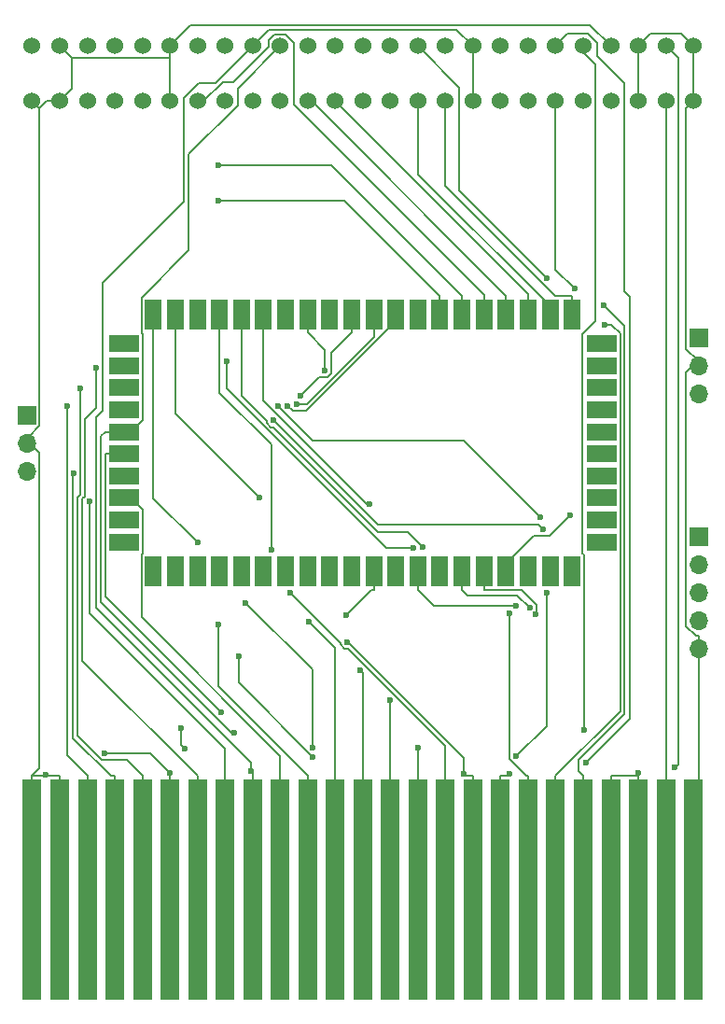
<source format=gbr>
%TF.GenerationSoftware,KiCad,Pcbnew,8.0.7*%
%TF.CreationDate,2024-12-26T20:26:29-06:00*%
%TF.ProjectId,n64_gamecat_rp2350b,6e36345f-6761-46d6-9563-61745f727032,rev?*%
%TF.SameCoordinates,Original*%
%TF.FileFunction,Copper,L1,Top*%
%TF.FilePolarity,Positive*%
%FSLAX46Y46*%
G04 Gerber Fmt 4.6, Leading zero omitted, Abs format (unit mm)*
G04 Created by KiCad (PCBNEW 8.0.7) date 2024-12-26 20:26:29*
%MOMM*%
%LPD*%
G01*
G04 APERTURE LIST*
%TA.AperFunction,SMDPad,CuDef*%
%ADD10R,1.800000X20.000000*%
%TD*%
%TA.AperFunction,SMDPad,CuDef*%
%ADD11R,2.800000X1.500000*%
%TD*%
%TA.AperFunction,ComponentPad*%
%ADD12C,1.350000*%
%TD*%
%TA.AperFunction,ComponentPad*%
%ADD13O,1.350000X1.350000*%
%TD*%
%TA.AperFunction,SMDPad,CuDef*%
%ADD14R,1.500000X2.800000*%
%TD*%
%TA.AperFunction,ComponentPad*%
%ADD15R,1.700000X1.700000*%
%TD*%
%TA.AperFunction,ComponentPad*%
%ADD16O,1.700000X1.700000*%
%TD*%
%TA.AperFunction,ComponentPad*%
%ADD17C,1.524000*%
%TD*%
%TA.AperFunction,ViaPad*%
%ADD18C,0.600000*%
%TD*%
%TA.AperFunction,Conductor*%
%ADD19C,0.200000*%
%TD*%
G04 APERTURE END LIST*
D10*
%TO.P,U3,1,GND*%
%TO.N,GND*%
X104000000Y-143000000D03*
%TO.P,U3,2,GND*%
X106500000Y-143000000D03*
%TO.P,U3,3,AD15*%
%TO.N,CO_AD15*%
X109000000Y-143000000D03*
%TO.P,U3,4,AD14*%
%TO.N,CO_AD14*%
X111500000Y-143000000D03*
%TO.P,U3,5,AD13*%
%TO.N,CO_AD13*%
X114000000Y-143000000D03*
%TO.P,U3,6,GND*%
%TO.N,GND*%
X116500000Y-143000000D03*
%TO.P,U3,7,AD12*%
%TO.N,CO_AD12*%
X119000000Y-143000000D03*
%TO.P,U3,8,WRITE*%
%TO.N,WRITE*%
X121500000Y-143000000D03*
%TO.P,U3,9,VCC*%
%TO.N,+3V3*%
X124000000Y-143000000D03*
%TO.P,U3,10,READ*%
%TO.N,READ*%
X126500000Y-143000000D03*
%TO.P,U3,11,AD11*%
%TO.N,CO_AD11*%
X129000000Y-143000000D03*
%TO.P,U3,12,AD10*%
%TO.N,CO_AD10*%
X131500000Y-143000000D03*
%TO.P,U3,13,NC*%
%TO.N,Net-(U2-NC-Pad13)*%
X134000000Y-143000000D03*
%TO.P,U3,14,NC*%
%TO.N,Net-(U2-NC-Pad14)*%
X136500000Y-143000000D03*
%TO.P,U3,15,AD9*%
%TO.N,CO_AD9*%
X139000000Y-143000000D03*
%TO.P,U3,16,AD8*%
%TO.N,CO_AD8*%
X141500000Y-143000000D03*
%TO.P,U3,17,VCC*%
%TO.N,+3V3*%
X144000000Y-143000000D03*
%TO.P,U3,18,CIC_PIF*%
%TO.N,Net-(U2-CIC_PIF)*%
X146500000Y-143000000D03*
%TO.P,U3,19,CLK_PIF*%
%TO.N,Net-(U2-CLK_PIF)*%
X149000000Y-143000000D03*
%TO.P,U3,20,COLD_RST*%
%TO.N,Net-(U2-COLD_RST)*%
X151500000Y-143000000D03*
%TO.P,U3,21,S_DAT*%
%TO.N,Net-(U2-S_DAT)*%
X154000000Y-143000000D03*
%TO.P,U3,22,GND*%
%TO.N,GND*%
X156500000Y-143000000D03*
%TO.P,U3,23,GND*%
X159000000Y-143000000D03*
%TO.P,U3,24,LAUDIO*%
%TO.N,Net-(U2-LAUDIO)*%
X161500000Y-143000000D03*
%TO.P,U3,25,GND*%
%TO.N,GND*%
X164000000Y-143000000D03*
%TD*%
D11*
%TO.P,U4,1,GPIO0*%
%TO.N,TX0*%
X155650000Y-111500000D03*
D12*
X155000000Y-111500000D03*
D11*
%TO.P,U4,2,GPIO1*%
%TO.N,RX0*%
X155650000Y-109500000D03*
D13*
X155000000Y-109500000D03*
D11*
%TO.P,U4,3,GPIO2*%
%TO.N,CA_AD0*%
X155650000Y-107500000D03*
D13*
X155000000Y-107500000D03*
D11*
%TO.P,U4,4,GPIO3*%
%TO.N,CA_AD1*%
X155650000Y-105500000D03*
D13*
X155000000Y-105500000D03*
D11*
%TO.P,U4,5,GPIO4*%
%TO.N,CA_AD2*%
X155650000Y-103500000D03*
D13*
X155000000Y-103500000D03*
D11*
%TO.P,U4,6,GPIO5*%
%TO.N,CA_AD3*%
X155650000Y-101500000D03*
D13*
X155000000Y-101500000D03*
D11*
%TO.P,U4,7,GPIO6*%
%TO.N,CA_AD4*%
X155650000Y-99500000D03*
D13*
X155000000Y-99500000D03*
D11*
%TO.P,U4,8,GPIO7*%
%TO.N,CA_AD5*%
X155650000Y-97500000D03*
D13*
X155000000Y-97500000D03*
D11*
%TO.P,U4,9,GPIO8*%
%TO.N,CA_AD6*%
X155650000Y-95500000D03*
D13*
X155000000Y-95500000D03*
D11*
%TO.P,U4,10,GPIO9*%
%TO.N,CA_AD7*%
X155650000Y-93500000D03*
D13*
X155000000Y-93500000D03*
%TO.P,U4,11,GPIO10*%
%TO.N,CA_AD8*%
X153000000Y-91500000D03*
D14*
X153000000Y-90850000D03*
D13*
%TO.P,U4,12,GPIO11*%
%TO.N,CA_AD9*%
X151000000Y-91500000D03*
D14*
X151000000Y-90850000D03*
D13*
%TO.P,U4,13,GPIO12*%
%TO.N,CA_AD10*%
X149000000Y-91500000D03*
D14*
X149000000Y-90850000D03*
D13*
%TO.P,U4,14,GPIO13*%
%TO.N,CA_AD11*%
X147000000Y-91500000D03*
D14*
X147000000Y-90850000D03*
D13*
%TO.P,U4,15,GPIO14*%
%TO.N,CA_AD12*%
X145000000Y-91500000D03*
D14*
X145000000Y-90850000D03*
D13*
%TO.P,U4,16,GPIO15*%
%TO.N,CA_AD13*%
X143000000Y-91500000D03*
D14*
X143000000Y-90850000D03*
D13*
%TO.P,U4,17,GPIO16*%
%TO.N,CA_AD14*%
X141000000Y-91500000D03*
D14*
X141000000Y-90850000D03*
D13*
%TO.P,U4,18,GPIO17*%
%TO.N,CA_AD15*%
X139000000Y-91500000D03*
D14*
X139000000Y-90850000D03*
D13*
%TO.P,U4,19,GPIO18*%
%TO.N,CO_AD0*%
X137000000Y-91500000D03*
D14*
X137000000Y-90850000D03*
D13*
%TO.P,U4,20,GPIO19*%
%TO.N,CO_AD1*%
X135000000Y-91500000D03*
D14*
X135000000Y-90850000D03*
D13*
%TO.P,U4,21,GPIO20*%
%TO.N,CO_AD2*%
X133000000Y-91500000D03*
D14*
X133000000Y-90850000D03*
D13*
%TO.P,U4,22,GPIO21*%
%TO.N,CO_AD3*%
X131000000Y-91500000D03*
D14*
X131000000Y-90850000D03*
D13*
%TO.P,U4,23,GPIO22*%
%TO.N,CO_AD4*%
X129000000Y-91500000D03*
D14*
X129000000Y-90850000D03*
D13*
%TO.P,U4,24,GPIO23*%
%TO.N,CO_AD5*%
X127000000Y-91500000D03*
D14*
X127000000Y-90850000D03*
D13*
%TO.P,U4,25,GPIO24*%
%TO.N,CO_AD6*%
X125000000Y-91500000D03*
D14*
X125000000Y-90850000D03*
D13*
%TO.P,U4,26,GPIO25*%
%TO.N,CO_AD7*%
X123000000Y-91500000D03*
D14*
X123000000Y-90850000D03*
D13*
%TO.P,U4,27,GPIO26*%
%TO.N,CO_AD8*%
X121000000Y-91500000D03*
D14*
X121000000Y-90850000D03*
D13*
%TO.P,U4,28,GPIO27*%
%TO.N,CO_AD9*%
X119000000Y-91500000D03*
D14*
X119000000Y-90850000D03*
D13*
%TO.P,U4,29,GPIO28*%
%TO.N,CO_AD10*%
X117000000Y-91500000D03*
D14*
X117000000Y-90850000D03*
D13*
%TO.P,U4,30,GPIO29*%
%TO.N,CO_AD11*%
X115000000Y-91500000D03*
D14*
X115000000Y-90850000D03*
D13*
%TO.P,U4,31,GPIO30*%
%TO.N,CO_AD12*%
X113000000Y-93500000D03*
D11*
X112350000Y-93500000D03*
D13*
%TO.P,U4,32,GPIO31*%
%TO.N,CO_AD13*%
X113000000Y-95500000D03*
D11*
X112350000Y-95500000D03*
D13*
%TO.P,U4,33,GPIO32*%
%TO.N,CO_AD14*%
X113000000Y-97500000D03*
D11*
X112350000Y-97500000D03*
D13*
%TO.P,U4,34,GPIO33*%
%TO.N,CO_AD15*%
X113000000Y-99500000D03*
D11*
X112350000Y-99500000D03*
D13*
%TO.P,U4,35,GPIO34*%
%TO.N,ALE_H*%
X113000000Y-101500000D03*
D11*
X112350000Y-101500000D03*
D13*
%TO.P,U4,36,GPIO35*%
%TO.N,ALE_L*%
X113000000Y-103500000D03*
D11*
X112350000Y-103500000D03*
D13*
%TO.P,U4,37,GPIO36*%
%TO.N,WRITE*%
X113000000Y-105500000D03*
D11*
X112350000Y-105500000D03*
D13*
%TO.P,U4,38,GPIO37*%
%TO.N,READ*%
X113000000Y-107500000D03*
D11*
X112350000Y-107500000D03*
D13*
%TO.P,U4,39,GPIO38*%
%TO.N,unconnected-(U4-GPIO38-Pad39)*%
X113000000Y-109500000D03*
D11*
X112350000Y-109500000D03*
D13*
%TO.P,U4,40,GPIO39*%
%TO.N,unconnected-(U4-GPIO39-Pad40)*%
X113000000Y-111500000D03*
D11*
X112350000Y-111500000D03*
D14*
%TO.P,U4,41,GPIO40*%
%TO.N,unconnected-(U4-GPIO40-Pad41)*%
X115000000Y-114150000D03*
D13*
X115000000Y-113500000D03*
D14*
%TO.P,U4,42,GPIO41*%
%TO.N,unconnected-(U4-GPIO41-Pad42)*%
X117000000Y-114150000D03*
D13*
X117000000Y-113500000D03*
D14*
%TO.P,U4,43,GPIO42*%
%TO.N,unconnected-(U4-GPIO42-Pad43)*%
X119000000Y-114150000D03*
D13*
X119000000Y-113500000D03*
D14*
%TO.P,U4,44,GPIO43*%
%TO.N,unconnected-(U4-GPIO43-Pad44)*%
X121000000Y-114150000D03*
D13*
X121000000Y-113500000D03*
D14*
%TO.P,U4,45,GPIO44*%
%TO.N,unconnected-(U4-GPIO44-Pad45)*%
X123000000Y-114150000D03*
D13*
X123000000Y-113500000D03*
D14*
%TO.P,U4,46,GPIO45*%
%TO.N,unconnected-(U4-GPIO45-Pad46)*%
X125000000Y-114150000D03*
D13*
X125000000Y-113500000D03*
D14*
%TO.P,U4,47,GPIO46*%
%TO.N,unconnected-(U4-GPIO46-Pad47)*%
X127000000Y-114150000D03*
D13*
X127000000Y-113500000D03*
D14*
%TO.P,U4,48,GPIO47*%
%TO.N,unconnected-(U4-GPIO47-Pad48)*%
X129000000Y-114150000D03*
D13*
X129000000Y-113500000D03*
D14*
%TO.P,U4,49,GPIO48*%
%TO.N,unconnected-(U4-GPIO48-Pad49)*%
X131000000Y-114150000D03*
D13*
X131000000Y-113500000D03*
D14*
%TO.P,U4,50,GPIO49*%
%TO.N,unconnected-(U4-GPIO49-Pad50)*%
X133000000Y-114150000D03*
D13*
X133000000Y-113500000D03*
D14*
%TO.P,U4,51,GPIO50*%
%TO.N,GND*%
X135000000Y-114150000D03*
D13*
X135000000Y-113500000D03*
D14*
%TO.P,U4,52,GPIO51*%
%TO.N,unconnected-(U4-GPIO51-Pad52)*%
X137000000Y-114150000D03*
D13*
X137000000Y-113500000D03*
D14*
%TO.P,U4,53,GPIO52*%
%TO.N,5V*%
X139000000Y-114150000D03*
D13*
X139000000Y-113500000D03*
D14*
%TO.P,U4,54,GPIO53*%
%TO.N,unconnected-(U4-GPIO53-Pad54)*%
X141000000Y-114150000D03*
D13*
X141000000Y-113500000D03*
D14*
%TO.P,U4,55,GPIO54*%
%TO.N,USB D-*%
X143000000Y-114150000D03*
D13*
X143000000Y-113500000D03*
D14*
%TO.P,U4,56,GPIO55*%
%TO.N,USB D+*%
X145000000Y-114150000D03*
D13*
X145000000Y-113500000D03*
D14*
%TO.P,U4,57,GPIO56*%
%TO.N,SWDIO*%
X147000000Y-114150000D03*
D13*
X147000000Y-113500000D03*
D14*
%TO.P,U4,58,GPIO57*%
%TO.N,SWCLK*%
X149000000Y-114150000D03*
D13*
X149000000Y-113500000D03*
D14*
%TO.P,U4,59,GPIO58*%
%TO.N,unconnected-(U4-GPIO58-Pad59)*%
X151000000Y-114150000D03*
D13*
X151000000Y-113500000D03*
D14*
%TO.P,U4,60,GPIO59*%
%TO.N,unconnected-(U4-GPIO59-Pad60)*%
X153000000Y-114150000D03*
D13*
X153000000Y-113500000D03*
%TD*%
D15*
%TO.P,J3,1,Pin_1*%
%TO.N,5V*%
X164500000Y-111000000D03*
D16*
%TO.P,J3,2,Pin_2*%
%TO.N,USB D-*%
X164500000Y-113540000D03*
%TO.P,J3,3,Pin_3*%
%TO.N,USB D+*%
X164500000Y-116080000D03*
%TO.P,J3,4,Pin_4*%
%TO.N,unconnected-(J3-Pin_4-Pad4)*%
X164500000Y-118620000D03*
%TO.P,J3,5,Pin_5*%
%TO.N,GND*%
X164500000Y-121160000D03*
%TD*%
D15*
%TO.P,J1,1,Pin_1*%
%TO.N,SWCLK*%
X164500000Y-93000000D03*
D16*
%TO.P,J1,2,Pin_2*%
%TO.N,GND*%
X164500000Y-95540000D03*
%TO.P,J1,3,Pin_3*%
%TO.N,SWDIO*%
X164500000Y-98080000D03*
%TD*%
D15*
%TO.P,J2,1,Pin_1*%
%TO.N,TX0*%
X103500000Y-100000000D03*
D16*
%TO.P,J2,2,Pin_2*%
%TO.N,GND*%
X103500000Y-102540000D03*
%TO.P,J2,3,Pin_3*%
%TO.N,RX0*%
X103500000Y-105080000D03*
%TD*%
D17*
%TO.P,U2,1,GND*%
%TO.N,GND*%
X104000000Y-71500000D03*
%TO.P,U2,2,GND*%
X106500000Y-71500000D03*
%TO.P,U2,3,AD15*%
%TO.N,CA_AD15*%
X109000000Y-71500000D03*
%TO.P,U2,4,AD14*%
%TO.N,CA_AD14*%
X111500000Y-71500000D03*
%TO.P,U2,5,AD13*%
%TO.N,CA_AD13*%
X114000000Y-71500000D03*
%TO.P,U2,6,GND*%
%TO.N,GND*%
X116500000Y-71500000D03*
%TO.P,U2,7,AD12*%
%TO.N,CA_AD12*%
X119000000Y-71500000D03*
%TO.P,U2,8,WRITE*%
%TO.N,WRITE*%
X121500000Y-71500000D03*
%TO.P,U2,9,VCC*%
%TO.N,+3V3*%
X124000000Y-71500000D03*
%TO.P,U2,10,READ*%
%TO.N,READ*%
X126500000Y-71500000D03*
%TO.P,U2,11,AD11*%
%TO.N,CA_AD11*%
X129000000Y-71500000D03*
%TO.P,U2,12,AD10*%
%TO.N,CA_AD10*%
X131500000Y-71500000D03*
%TO.P,U2,13,NC*%
%TO.N,Net-(U2-NC-Pad13)*%
X134000000Y-71500000D03*
%TO.P,U2,14,NC*%
%TO.N,Net-(U2-NC-Pad14)*%
X136500000Y-71500000D03*
%TO.P,U2,15,AD9*%
%TO.N,CA_AD9*%
X139000000Y-71500000D03*
%TO.P,U2,16,AD8*%
%TO.N,CA_AD8*%
X141500000Y-71500000D03*
%TO.P,U2,17,VCC*%
%TO.N,+3V3*%
X144000000Y-71500000D03*
%TO.P,U2,18,CIC_PIF*%
%TO.N,Net-(U2-CIC_PIF)*%
X146500000Y-71500000D03*
%TO.P,U2,19,CLK_PIF*%
%TO.N,Net-(U2-CLK_PIF)*%
X149000000Y-71500000D03*
%TO.P,U2,20,COLD_RST*%
%TO.N,Net-(U2-COLD_RST)*%
X151500000Y-71500000D03*
%TO.P,U2,21,S_DAT*%
%TO.N,Net-(U2-S_DAT)*%
X154000000Y-71500000D03*
%TO.P,U2,22,GND*%
%TO.N,GND*%
X156500000Y-71500000D03*
%TO.P,U2,23,GND*%
X159000000Y-71500000D03*
%TO.P,U2,24,LAUDIO*%
%TO.N,Net-(U2-LAUDIO)*%
X161500000Y-71500000D03*
%TO.P,U2,25,GND*%
%TO.N,GND*%
X164000000Y-71500000D03*
%TO.P,U2,26,GND*%
X104000000Y-66500000D03*
%TO.P,U2,27,GND*%
X106500000Y-66500000D03*
%TO.P,U2,28,AD0*%
%TO.N,CA_AD0*%
X109000000Y-66500000D03*
%TO.P,U2,29,AD1*%
%TO.N,CA_AD1*%
X111500000Y-66500000D03*
%TO.P,U2,30,AD2*%
%TO.N,CA_AD2*%
X114000000Y-66500000D03*
%TO.P,U2,31,GND*%
%TO.N,GND*%
X116500000Y-66500000D03*
%TO.P,U2,32,AD3*%
%TO.N,CA_AD3*%
X119000000Y-66500000D03*
%TO.P,U2,33,ALE_L*%
%TO.N,ALE_L*%
X121500000Y-66500000D03*
%TO.P,U2,34,VCC*%
%TO.N,+3V3*%
X124000000Y-66500000D03*
%TO.P,U2,35,ALE_H*%
%TO.N,ALE_H*%
X126500000Y-66500000D03*
%TO.P,U2,36,AD4*%
%TO.N,CA_AD4*%
X129000000Y-66500000D03*
%TO.P,U2,37,AD5*%
%TO.N,CA_AD5*%
X131500000Y-66500000D03*
%TO.P,U2,38,NC*%
%TO.N,Net-(U2-NC-Pad38)*%
X134000000Y-66500000D03*
%TO.P,U2,39,NC*%
%TO.N,Net-(U2-NC-Pad39)*%
X136500000Y-66500000D03*
%TO.P,U2,40,AD6*%
%TO.N,CA_AD6*%
X139000000Y-66500000D03*
%TO.P,U2,41,AD7*%
%TO.N,CA_AD7*%
X141500000Y-66500000D03*
%TO.P,U2,42,VCC*%
%TO.N,+3V3*%
X144000000Y-66500000D03*
%TO.P,U2,43,PIF_CIC*%
%TO.N,Net-(U2-PIF_CIC)*%
X146500000Y-66500000D03*
%TO.P,U2,44,JTAG_CLK*%
%TO.N,Net-(U2-JTAG_CLK)*%
X149000000Y-66500000D03*
%TO.P,U2,45,NMI_R4300*%
%TO.N,Net-(U2-NMI_R4300)*%
X151500000Y-66500000D03*
%TO.P,U2,46,VIDEO_CLK*%
%TO.N,Net-(U2-VIDEO_CLK)*%
X154000000Y-66500000D03*
%TO.P,U2,47,GND*%
%TO.N,GND*%
X156500000Y-66500000D03*
%TO.P,U2,48,GND*%
X159000000Y-66500000D03*
%TO.P,U2,49,R_AUDIO*%
%TO.N,Net-(U2-R_AUDIO)*%
X161500000Y-66500000D03*
%TO.P,U2,50,GND*%
%TO.N,GND*%
X164000000Y-66500000D03*
%TD*%
D18*
%TO.N,Net-(U2-PIF_CIC)*%
X150663400Y-116094200D03*
X147927200Y-130923500D03*
%TO.N,Net-(U2-NC-Pad14)*%
X136500000Y-125832100D03*
%TO.N,GND*%
X116500000Y-132476200D03*
X132480100Y-118120700D03*
X110601800Y-130686900D03*
X159000000Y-132477600D03*
X105250000Y-132595900D03*
%TO.N,Net-(U2-NC-Pad38)*%
X129444000Y-130110600D03*
X123389000Y-116986000D03*
%TO.N,Net-(U2-NC-Pad13)*%
X133803300Y-123135500D03*
%TO.N,+3V3*%
X123896300Y-132283000D03*
X143200100Y-132485900D03*
X132569700Y-120543400D03*
%TO.N,Net-(U2-R_AUDIO)*%
X162336500Y-131920400D03*
%TO.N,Net-(U2-COLD_RST)*%
X155910700Y-91765000D03*
X153204300Y-88519800D03*
%TO.N,ALE_H*%
X122332600Y-128798900D03*
%TO.N,Net-(U2-CLK_PIF)*%
X147323700Y-117944000D03*
%TO.N,ALE_L*%
X121107500Y-126934700D03*
%TO.N,Net-(U2-CIC_PIF)*%
X147330900Y-132482400D03*
%TO.N,Net-(U2-NMI_R4300)*%
X154232000Y-131511200D03*
%TO.N,Net-(U2-VIDEO_CLK)*%
X154052700Y-128552200D03*
%TO.N,CA_AD6*%
X150726800Y-87568900D03*
%TO.N,Net-(U2-S_DAT)*%
X155894800Y-89983000D03*
%TO.N,CO_AD1*%
X127993800Y-99015900D03*
%TO.N,CO_AD7*%
X139425800Y-111913100D03*
%TO.N,CO_AD2*%
X128380300Y-98215700D03*
%TO.N,CO_AD9*%
X139000000Y-130164100D03*
X138623500Y-112074900D03*
X121623000Y-95099700D03*
%TO.N,CO_AD4*%
X130568400Y-95932300D03*
%TO.N,CO_AD10*%
X124623600Y-107437600D03*
X129073600Y-118693700D03*
%TO.N,CO_AD8*%
X127383400Y-116076200D03*
X125679800Y-112230000D03*
%TO.N,CO_AD11*%
X118996600Y-111510500D03*
X120857800Y-118991300D03*
%TO.N,CO_AD0*%
X127165200Y-99126600D03*
%TO.N,CO_AD5*%
X129439600Y-130957000D03*
X122741600Y-121870400D03*
%TO.N,CO_AD6*%
X134617500Y-108051200D03*
%TO.N,CO_AD3*%
X117852500Y-130209800D03*
X117500500Y-128354900D03*
%TO.N,CO_AD12*%
X109793300Y-95662800D03*
%TO.N,CA_AD14*%
X120872000Y-80494900D03*
%TO.N,CO_AD13*%
X108376000Y-97553700D03*
%TO.N,CO_AD14*%
X107774300Y-105283900D03*
%TO.N,CO_AD15*%
X107172600Y-99154100D03*
%TO.N,CA_AD13*%
X120871400Y-77325000D03*
%TO.N,WRITE*%
X109205400Y-107783800D03*
%TO.N,SWDIO*%
X152785000Y-109088200D03*
%TO.N,RX0*%
X150140500Y-109255700D03*
X126338200Y-99152500D03*
%TO.N,TX0*%
X125924700Y-100467900D03*
X150362200Y-110323300D03*
%TO.N,USB D+*%
X149716100Y-118080200D03*
%TO.N,USB D-*%
X149161300Y-117480100D03*
%TO.N,5V*%
X147938800Y-117324300D03*
%TD*%
D19*
%TO.N,Net-(U2-PIF_CIC)*%
X150663400Y-116094200D02*
X150663400Y-128187300D01*
X150663400Y-128187300D02*
X147927200Y-130923500D01*
%TO.N,Net-(U2-NC-Pad14)*%
X136500000Y-143000000D02*
X136500000Y-132698300D01*
X136500000Y-132698300D02*
X136500000Y-125832100D01*
%TO.N,CA_AD8*%
X153000000Y-90850000D02*
X153000000Y-91500000D01*
X141500000Y-71500000D02*
X141500000Y-79214200D01*
X151434100Y-89148300D02*
X153000000Y-89148300D01*
X153000000Y-90850000D02*
X153000000Y-89148300D01*
X141500000Y-79214200D02*
X151434100Y-89148300D01*
%TO.N,GND*%
X105250000Y-132698300D02*
X104000000Y-132698300D01*
X164000000Y-143000000D02*
X164000000Y-137950000D01*
X135000000Y-114150000D02*
X135000000Y-115851700D01*
X164500000Y-95540000D02*
X164500000Y-94964100D01*
X107593700Y-67593700D02*
X106500000Y-66500000D01*
X163337500Y-96126600D02*
X163337500Y-119114300D01*
X135000000Y-113500000D02*
X135000000Y-114150000D01*
X163348300Y-72151700D02*
X163348300Y-93980500D01*
X116500000Y-67593700D02*
X107593700Y-67593700D01*
X105303400Y-71500000D02*
X104651700Y-72151700D01*
X116500000Y-132476200D02*
X114710700Y-130686900D01*
X159000000Y-66500000D02*
X160083800Y-65416200D01*
X116500000Y-132698300D02*
X116500000Y-132476200D01*
X105250000Y-132698300D02*
X105250000Y-132595900D01*
X156500000Y-143000000D02*
X156500000Y-132698300D01*
X104651700Y-103403700D02*
X104651700Y-132046600D01*
X114710700Y-130686900D02*
X110601800Y-130686900D01*
X107593700Y-70406300D02*
X106500000Y-71500000D01*
X104651700Y-100980500D02*
X104651700Y-72151700D01*
X104651700Y-132046600D02*
X104000000Y-132698300D01*
X163348300Y-93980500D02*
X164416000Y-95048100D01*
X159000000Y-66500000D02*
X159000000Y-71500000D01*
X160083800Y-65416200D02*
X162916200Y-65416200D01*
X104651700Y-72151700D02*
X104000000Y-71500000D01*
X132480100Y-118120700D02*
X134749100Y-115851700D01*
X103500000Y-102540000D02*
X103500000Y-102252000D01*
X162916200Y-65416200D02*
X164000000Y-66500000D01*
X103500000Y-102252000D02*
X103500000Y-101964100D01*
X106500000Y-143000000D02*
X106500000Y-132698300D01*
X106500000Y-71500000D02*
X105303400Y-71500000D01*
X159000000Y-143000000D02*
X159000000Y-132698300D01*
X159000000Y-132698300D02*
X156500000Y-132698300D01*
X103500000Y-101964100D02*
X103668100Y-101964100D01*
X164000000Y-66500000D02*
X164000000Y-71500000D01*
X164000000Y-71500000D02*
X163348300Y-72151700D01*
X116500000Y-66500000D02*
X116500000Y-67593700D01*
X106500000Y-132698300D02*
X105250000Y-132698300D01*
X107593700Y-67593700D02*
X107593700Y-70406300D01*
X164500000Y-121160000D02*
X164500000Y-120008300D01*
X164500000Y-94964100D02*
X164416000Y-95048100D01*
X104000000Y-143000000D02*
X104000000Y-132698300D01*
X164416000Y-95048100D02*
X163337500Y-96126600D01*
X154617200Y-64617200D02*
X118382800Y-64617200D01*
X163337500Y-119114300D02*
X164231500Y-120008300D01*
X156500000Y-66500000D02*
X154617200Y-64617200D01*
X116500000Y-67593700D02*
X116500000Y-71500000D01*
X164231500Y-120008300D02*
X164500000Y-120008300D01*
X103668100Y-101964100D02*
X104651700Y-100980500D01*
X159000000Y-132477600D02*
X159000000Y-132698300D01*
X116500000Y-143000000D02*
X116500000Y-132698300D01*
X164500000Y-121160000D02*
X164500000Y-137450000D01*
X118382800Y-64617200D02*
X116500000Y-66500000D01*
X134749100Y-115851700D02*
X135000000Y-115851700D01*
X103500000Y-102252000D02*
X104651700Y-103403700D01*
X164500000Y-137450000D02*
X164000000Y-137950000D01*
%TO.N,Net-(U2-NC-Pad38)*%
X129444000Y-130110600D02*
X129444000Y-123041000D01*
X129444000Y-123041000D02*
X123389000Y-116986000D01*
%TO.N,Net-(U2-NC-Pad13)*%
X134000000Y-123332200D02*
X133803300Y-123135500D01*
X134000000Y-132698300D02*
X134000000Y-123332200D01*
X134000000Y-143000000D02*
X134000000Y-132698300D01*
%TO.N,+3V3*%
X117750000Y-80607000D02*
X117750000Y-71233700D01*
X143412500Y-132698300D02*
X143200100Y-132485900D01*
X123896300Y-132283000D02*
X123896300Y-131498400D01*
X110395600Y-87961400D02*
X117750000Y-80607000D01*
X124000000Y-132698300D02*
X124000000Y-132386700D01*
X109807100Y-100145400D02*
X110395600Y-99556900D01*
X123896300Y-131498400D02*
X109807100Y-117409200D01*
X132698800Y-120543400D02*
X143200100Y-131044700D01*
X144000000Y-132698300D02*
X143412500Y-132698300D01*
X132569700Y-120543400D02*
X132698800Y-120543400D01*
X124000000Y-143000000D02*
X124000000Y-132698300D01*
X125481100Y-65018900D02*
X124000000Y-66500000D01*
X144000000Y-143000000D02*
X144000000Y-132698300D01*
X142518900Y-65018900D02*
X125481100Y-65018900D01*
X144000000Y-66500000D02*
X144000000Y-71500000D01*
X144000000Y-66500000D02*
X142518900Y-65018900D01*
X119148300Y-69835400D02*
X120664600Y-69835400D01*
X117750000Y-71233700D02*
X119148300Y-69835400D01*
X109807100Y-117409200D02*
X109807100Y-100145400D01*
X143200100Y-131044700D02*
X143200100Y-132485900D01*
X124000000Y-132386700D02*
X123896300Y-132283000D01*
X120664600Y-69835400D02*
X124000000Y-66500000D01*
X110395600Y-99556900D02*
X110395600Y-87961400D01*
%TO.N,CA_AD0*%
X155000000Y-107500000D02*
X155650000Y-107500000D01*
%TO.N,READ*%
X126500000Y-132698300D02*
X126500000Y-130890000D01*
X114051700Y-108551700D02*
X113000000Y-107500000D01*
X126500000Y-130890000D02*
X113948300Y-118338300D01*
X126500000Y-143000000D02*
X126500000Y-132698300D01*
X112350000Y-107500000D02*
X113000000Y-107500000D01*
X114051700Y-112521600D02*
X114051700Y-108551700D01*
X113948300Y-112625000D02*
X114051700Y-112521600D01*
X113948300Y-118338300D02*
X113948300Y-112625000D01*
%TO.N,Net-(U2-LAUDIO)*%
X161500000Y-132698300D02*
X161500000Y-71500000D01*
X161500000Y-143000000D02*
X161500000Y-132698300D01*
%TO.N,Net-(U2-R_AUDIO)*%
X162600100Y-131656800D02*
X162336500Y-131920400D01*
X161500000Y-66500000D02*
X162600100Y-67600100D01*
X162600100Y-67600100D02*
X162600100Y-131656800D01*
%TO.N,Net-(U2-COLD_RST)*%
X151500000Y-143000000D02*
X151500000Y-132698300D01*
X151500000Y-86815500D02*
X153204300Y-88519800D01*
X155910700Y-91765000D02*
X156522700Y-91765000D01*
X157351700Y-92594000D02*
X157351700Y-126846600D01*
X151500000Y-71500000D02*
X151500000Y-86815500D01*
X156522700Y-91765000D02*
X157351700Y-92594000D01*
X157351700Y-126846600D02*
X151500000Y-132698300D01*
%TO.N,CA_AD7*%
X155000000Y-93500000D02*
X155650000Y-93500000D01*
%TO.N,ALE_H*%
X113948300Y-92521600D02*
X114051700Y-92625000D01*
X122097600Y-128798900D02*
X122332600Y-128798900D01*
X113948300Y-89325000D02*
X113948300Y-92521600D01*
X110648300Y-101500000D02*
X110246600Y-101901700D01*
X110246600Y-101901700D02*
X110246600Y-116947900D01*
X126500000Y-66500000D02*
X122640300Y-70359700D01*
X114051700Y-100448300D02*
X113000000Y-101500000D01*
X112350000Y-101500000D02*
X110648300Y-101500000D01*
X114051700Y-92625000D02*
X114051700Y-100448300D01*
X110246600Y-116947900D02*
X122097600Y-128798900D01*
X118215700Y-76331100D02*
X118215700Y-85057600D01*
X118215700Y-85057600D02*
X113948300Y-89325000D01*
X122640300Y-71906500D02*
X118215700Y-76331100D01*
X122640300Y-70359700D02*
X122640300Y-71906500D01*
X113000000Y-101500000D02*
X112350000Y-101500000D01*
%TO.N,CA_AD3*%
X155000000Y-101500000D02*
X155650000Y-101500000D01*
%TO.N,Net-(U2-CLK_PIF)*%
X148850500Y-132698300D02*
X147323700Y-131171500D01*
X149000000Y-132698300D02*
X148850500Y-132698300D01*
X149000000Y-143000000D02*
X149000000Y-132698300D01*
X147323700Y-131171500D02*
X147323700Y-117944000D01*
%TO.N,ALE_L*%
X110648300Y-103500000D02*
X110648300Y-116475500D01*
X113000000Y-103500000D02*
X112350000Y-103500000D01*
X112350000Y-103500000D02*
X110648300Y-103500000D01*
X110648300Y-116475500D02*
X121107500Y-126934700D01*
%TO.N,CA_AD2*%
X155000000Y-103500000D02*
X155650000Y-103500000D01*
%TO.N,CA_AD5*%
X155000000Y-97500000D02*
X155650000Y-97500000D01*
%TO.N,CA_AD11*%
X147000000Y-89148300D02*
X129351700Y-71500000D01*
X147000000Y-90850000D02*
X147000000Y-89148300D01*
X129351700Y-71500000D02*
X129000000Y-71500000D01*
X147000000Y-90850000D02*
X147000000Y-91500000D01*
%TO.N,CA_AD1*%
X155000000Y-105500000D02*
X155650000Y-105500000D01*
%TO.N,CA_AD4*%
X155000000Y-99500000D02*
X155650000Y-99500000D01*
%TO.N,Net-(U2-CIC_PIF)*%
X146500000Y-143000000D02*
X146500000Y-132698300D01*
X147330900Y-132482400D02*
X147115000Y-132698300D01*
X147115000Y-132698300D02*
X146500000Y-132698300D01*
%TO.N,Net-(U2-NMI_R4300)*%
X157750000Y-69835400D02*
X157750000Y-88791600D01*
X157750000Y-88791600D02*
X158208700Y-89250300D01*
X158208700Y-89250300D02*
X158208700Y-127534500D01*
X158208700Y-127534500D02*
X154232000Y-131511200D01*
X155297300Y-67382700D02*
X157750000Y-69835400D01*
X151500000Y-66500000D02*
X152592000Y-65408000D01*
X154436800Y-65408000D02*
X155297300Y-66268500D01*
X155297300Y-66268500D02*
X155297300Y-67382700D01*
X152592000Y-65408000D02*
X154436800Y-65408000D01*
%TO.N,CA_AD9*%
X151000000Y-90850000D02*
X151000000Y-91500000D01*
X139000000Y-71500000D02*
X139000000Y-78146200D01*
X151000000Y-90146200D02*
X151000000Y-90850000D01*
X139000000Y-78146200D02*
X151000000Y-90146200D01*
%TO.N,Net-(U2-VIDEO_CLK)*%
X155097300Y-91473200D02*
X153948300Y-92622200D01*
X153948300Y-92622200D02*
X153948300Y-112521600D01*
X154000000Y-66500000D02*
X154000000Y-67068000D01*
X154052700Y-112626000D02*
X154052700Y-128552200D01*
X153948300Y-112521600D02*
X154052700Y-112626000D01*
X154000000Y-67068000D02*
X155097300Y-68165300D01*
X155097300Y-68165300D02*
X155097300Y-91473200D01*
%TO.N,CA_AD6*%
X142750000Y-70250000D02*
X142750000Y-79592100D01*
X139000000Y-66500000D02*
X142750000Y-70250000D01*
X142750000Y-79592100D02*
X150726800Y-87568900D01*
X155000000Y-95500000D02*
X155650000Y-95500000D01*
%TO.N,Net-(U2-S_DAT)*%
X153605600Y-132303900D02*
X153605600Y-131237500D01*
X154000000Y-132698300D02*
X153605600Y-132303900D01*
X157753400Y-127089700D02*
X157753400Y-91841600D01*
X153605600Y-131237500D02*
X157753400Y-127089700D01*
X154000000Y-143000000D02*
X154000000Y-132698300D01*
X157753400Y-91841600D02*
X155894800Y-89983000D01*
%TO.N,CA_AD10*%
X149000000Y-89000000D02*
X149000000Y-90850000D01*
X131500000Y-71500000D02*
X149000000Y-89000000D01*
X149000000Y-90850000D02*
X149000000Y-91500000D01*
%TO.N,CO_AD1*%
X128903700Y-99015900D02*
X127993800Y-99015900D01*
X135000000Y-92919600D02*
X128903700Y-99015900D01*
X135000000Y-90850000D02*
X135000000Y-91500000D01*
X135000000Y-91500000D02*
X135000000Y-92919600D01*
%TO.N,CO_AD7*%
X123000000Y-90850000D02*
X123000000Y-91500000D01*
X125323000Y-100717000D02*
X125675600Y-101069600D01*
X125323000Y-100535700D02*
X125323000Y-100717000D01*
X135347800Y-110562600D02*
X138075300Y-110562600D01*
X125854800Y-101069600D02*
X135347800Y-110562600D01*
X123000000Y-98212700D02*
X125323000Y-100535700D01*
X125675600Y-101069600D02*
X125854800Y-101069600D01*
X138075300Y-110562600D02*
X139425800Y-111913100D01*
X123000000Y-91500000D02*
X123000000Y-98212700D01*
%TO.N,CO_AD2*%
X133000000Y-91500000D02*
X133000000Y-92476700D01*
X131170100Y-96181500D02*
X130817600Y-96534000D01*
X133000000Y-92476700D02*
X131170100Y-94306600D01*
X133000000Y-90850000D02*
X133000000Y-91500000D01*
X130062000Y-96534000D02*
X128380300Y-98215700D01*
X131170100Y-94306600D02*
X131170100Y-96181500D01*
X130817600Y-96534000D02*
X130062000Y-96534000D01*
%TO.N,CO_AD9*%
X139000000Y-130164100D02*
X139000000Y-143000000D01*
X136112900Y-112074900D02*
X138623500Y-112074900D01*
X121623000Y-95099700D02*
X121623000Y-97585000D01*
X119000000Y-90850000D02*
X119000000Y-91500000D01*
X121623000Y-97585000D02*
X136112900Y-112074900D01*
%TO.N,CO_AD4*%
X129000000Y-91500000D02*
X129000000Y-92476700D01*
X129000000Y-92476700D02*
X130568400Y-94045100D01*
X129000000Y-90850000D02*
X129000000Y-91500000D01*
X130568400Y-94045100D02*
X130568400Y-95932300D01*
%TO.N,CO_AD10*%
X117000000Y-90850000D02*
X117000000Y-91500000D01*
X124623600Y-107437600D02*
X117000000Y-99814000D01*
X117000000Y-99814000D02*
X117000000Y-91500000D01*
X131500000Y-121120100D02*
X131500000Y-132698300D01*
X129073600Y-118693700D02*
X131500000Y-121120100D01*
X131500000Y-143000000D02*
X131500000Y-132698300D01*
%TO.N,CO_AD8*%
X121000000Y-97954500D02*
X121000000Y-92476700D01*
X121000000Y-90850000D02*
X121000000Y-91500000D01*
X141500000Y-143000000D02*
X141500000Y-132698300D01*
X132666100Y-121145100D02*
X141499900Y-129978900D01*
X141499900Y-129978900D02*
X141499900Y-132698300D01*
X141499900Y-132698300D02*
X141500000Y-132698300D01*
X131968000Y-120792500D02*
X132320600Y-121145100D01*
X132320600Y-121145100D02*
X132666100Y-121145100D01*
X125679800Y-112230000D02*
X125679800Y-102634300D01*
X125679800Y-102634300D02*
X121000000Y-97954500D01*
X131968000Y-120660800D02*
X131968000Y-120792500D01*
X127383400Y-116076200D02*
X131968000Y-120660800D01*
X121000000Y-91500000D02*
X121000000Y-92476700D01*
%TO.N,CO_AD11*%
X129000000Y-143000000D02*
X129000000Y-132698300D01*
X115000000Y-90850000D02*
X115000000Y-91500000D01*
X115000000Y-107513900D02*
X118996600Y-111510500D01*
X115000000Y-91500000D02*
X115000000Y-107513900D01*
X120857800Y-124556100D02*
X129000000Y-132698300D01*
X120857800Y-118991300D02*
X120857800Y-124556100D01*
%TO.N,CO_AD0*%
X127656300Y-99617700D02*
X127165200Y-99126600D01*
X128882300Y-99617700D02*
X127656300Y-99617700D01*
X137000000Y-90850000D02*
X137000000Y-91500000D01*
X137000000Y-91500000D02*
X128882300Y-99617700D01*
%TO.N,CO_AD5*%
X122741600Y-124259000D02*
X122741600Y-121870400D01*
X129439600Y-130957000D02*
X122741600Y-124259000D01*
X127000000Y-90850000D02*
X127000000Y-91500000D01*
%TO.N,CO_AD6*%
X125000000Y-91500000D02*
X125000000Y-92476700D01*
X125000100Y-92476700D02*
X125000100Y-98665200D01*
X125000000Y-92476700D02*
X125000100Y-92476700D01*
X134386100Y-108051200D02*
X134617500Y-108051200D01*
X125000100Y-98665200D02*
X134386100Y-108051200D01*
X125000000Y-90850000D02*
X125000000Y-91500000D01*
%TO.N,CO_AD3*%
X131000000Y-90850000D02*
X131000000Y-91500000D01*
X117852500Y-130209800D02*
X117500500Y-129857800D01*
X117500500Y-129857800D02*
X117500500Y-128354900D01*
%TO.N,CO_AD12*%
X108777700Y-107353100D02*
X108777700Y-100337400D01*
X119000000Y-143000000D02*
X119000000Y-132698300D01*
X108565900Y-122264200D02*
X108565900Y-107564900D01*
X113000000Y-93500000D02*
X112350000Y-93500000D01*
X108777700Y-100337400D02*
X109793300Y-99321800D01*
X119000000Y-132698300D02*
X108565900Y-122264200D01*
X109793300Y-99321800D02*
X109793300Y-95662800D01*
X108565900Y-107564900D02*
X108777700Y-107353100D01*
%TO.N,CA_AD14*%
X141000000Y-89148300D02*
X132346600Y-80494900D01*
X141000000Y-90850000D02*
X141000000Y-89148300D01*
X141000000Y-90850000D02*
X141000000Y-91500000D01*
X132346600Y-80494900D02*
X120872000Y-80494900D01*
%TO.N,CO_AD13*%
X114000000Y-143000000D02*
X114000000Y-132698300D01*
X114000000Y-132698300D02*
X112591900Y-131290200D01*
X113000000Y-95500000D02*
X112350000Y-95500000D01*
X112591900Y-131290200D02*
X110352700Y-131290200D01*
X108376000Y-107186800D02*
X108376000Y-97553700D01*
X108127900Y-129065400D02*
X108127900Y-107434900D01*
X108127900Y-107434900D02*
X108376000Y-107186800D01*
X110352700Y-131290200D02*
X108127900Y-129065400D01*
%TO.N,CA_AD15*%
X139000000Y-90850000D02*
X139000000Y-91500000D01*
%TO.N,CO_AD14*%
X111500000Y-143000000D02*
X111500000Y-132698300D01*
X107726200Y-105332000D02*
X107774300Y-105283900D01*
X113000000Y-97500000D02*
X112350000Y-97500000D01*
X111500000Y-132698300D02*
X111118600Y-132698300D01*
X107726200Y-129305900D02*
X107726200Y-105332000D01*
X111118600Y-132698300D02*
X107726200Y-129305900D01*
%TO.N,CO_AD15*%
X107172600Y-99154100D02*
X107172600Y-130870900D01*
X112350000Y-99500000D02*
X113000000Y-99500000D01*
X107172600Y-130870900D02*
X109000000Y-132698300D01*
X109000000Y-143000000D02*
X109000000Y-132698300D01*
%TO.N,CA_AD12*%
X126011400Y-65429200D02*
X126975200Y-65429200D01*
X121291500Y-69789200D02*
X122228800Y-69789200D01*
X145000000Y-89071200D02*
X145000000Y-90850000D01*
X125428600Y-66012000D02*
X126011400Y-65429200D01*
X122228800Y-69789200D02*
X125428600Y-66589400D01*
X125428600Y-66589400D02*
X125428600Y-66012000D01*
X145000000Y-90850000D02*
X145000000Y-91500000D01*
X127750000Y-66204000D02*
X127750000Y-71821200D01*
X126975200Y-65429200D02*
X127750000Y-66204000D01*
X119580700Y-71500000D02*
X121291500Y-69789200D01*
X119000000Y-71500000D02*
X119580700Y-71500000D01*
X127750000Y-71821200D02*
X145000000Y-89071200D01*
%TO.N,CA_AD13*%
X131176700Y-77325000D02*
X120871400Y-77325000D01*
X143000000Y-90850000D02*
X143000000Y-89148300D01*
X143000000Y-89148300D02*
X131176700Y-77325000D01*
X143000000Y-91500000D02*
X143000000Y-90850000D01*
%TO.N,WRITE*%
X121500000Y-130235900D02*
X109205400Y-117941300D01*
X112350000Y-105500000D02*
X113000000Y-105500000D01*
X121500000Y-132698300D02*
X121500000Y-130235900D01*
X121500000Y-143000000D02*
X121500000Y-132698300D01*
X109205400Y-117941300D02*
X109205400Y-107783800D01*
%TO.N,unconnected-(U4-GPIO59-Pad60)*%
X153000000Y-113500000D02*
X153000000Y-114150000D01*
%TO.N,unconnected-(U4-GPIO58-Pad59)*%
X151000000Y-113500000D02*
X151000000Y-114150000D01*
%TO.N,unconnected-(U4-GPIO38-Pad39)*%
X112350000Y-109500000D02*
X113000000Y-109500000D01*
%TO.N,unconnected-(U4-GPIO39-Pad40)*%
X112350000Y-111500000D02*
X113000000Y-111500000D01*
%TO.N,unconnected-(U4-GPIO45-Pad46)*%
X125000000Y-113500000D02*
X125000000Y-114150000D01*
%TO.N,unconnected-(U4-GPIO51-Pad52)*%
X137000000Y-113500000D02*
X137000000Y-114150000D01*
%TO.N,unconnected-(U4-GPIO48-Pad49)*%
X131000000Y-113500000D02*
X131000000Y-114150000D01*
%TO.N,unconnected-(U4-GPIO40-Pad41)*%
X115000000Y-113500000D02*
X115000000Y-114150000D01*
%TO.N,unconnected-(U4-GPIO49-Pad50)*%
X133000000Y-113500000D02*
X133000000Y-114150000D01*
%TO.N,unconnected-(U4-GPIO44-Pad45)*%
X123000000Y-113500000D02*
X123000000Y-114150000D01*
%TO.N,unconnected-(U4-GPIO41-Pad42)*%
X117000000Y-113500000D02*
X117000000Y-114150000D01*
%TO.N,unconnected-(U4-GPIO47-Pad48)*%
X129000000Y-113500000D02*
X129000000Y-114150000D01*
%TO.N,unconnected-(U4-GPIO42-Pad43)*%
X119000000Y-113500000D02*
X119000000Y-114150000D01*
%TO.N,unconnected-(U4-GPIO46-Pad47)*%
X127000000Y-113500000D02*
X127000000Y-114150000D01*
%TO.N,unconnected-(U4-GPIO43-Pad44)*%
X121000000Y-113500000D02*
X121000000Y-114150000D01*
%TO.N,unconnected-(U4-GPIO53-Pad54)*%
X141000000Y-113500000D02*
X141000000Y-114150000D01*
%TO.N,SWCLK*%
X149000000Y-113500000D02*
X149000000Y-114150000D01*
%TO.N,SWDIO*%
X147000000Y-113500000D02*
X147000000Y-114150000D01*
X149551500Y-110948500D02*
X150924700Y-110948500D01*
X147000000Y-113500000D02*
X149551500Y-110948500D01*
X150924700Y-110948500D02*
X152785000Y-109088200D01*
%TO.N,RX0*%
X143165100Y-102280300D02*
X150140500Y-109255700D01*
X155000000Y-109500000D02*
X155650000Y-109500000D01*
X126338200Y-99152500D02*
X129466000Y-102280300D01*
X129466000Y-102280300D02*
X143165100Y-102280300D01*
%TO.N,TX0*%
X125924700Y-100467900D02*
X135358600Y-109901800D01*
X149940700Y-109901800D02*
X150362200Y-110323300D01*
X155000000Y-111500000D02*
X155650000Y-111500000D01*
X135358600Y-109901800D02*
X149940700Y-109901800D01*
%TO.N,USB D+*%
X149763000Y-117230900D02*
X149763000Y-118033300D01*
X145000000Y-115851700D02*
X148383800Y-115851700D01*
X145000000Y-113500000D02*
X145000000Y-114150000D01*
X148383800Y-115851700D02*
X149763000Y-117230900D01*
X149763000Y-118033300D02*
X149716100Y-118080200D01*
X145000000Y-114150000D02*
X145000000Y-115851700D01*
%TO.N,USB D-*%
X143000000Y-113500000D02*
X143000000Y-114150000D01*
X148027100Y-116345900D02*
X149161300Y-117480100D01*
X143000000Y-114150000D02*
X143000000Y-115851700D01*
X143494200Y-116345900D02*
X148027100Y-116345900D01*
X143000000Y-115851700D02*
X143494200Y-116345900D01*
%TO.N,5V*%
X139000000Y-113500000D02*
X139000000Y-114150000D01*
X140472600Y-117324300D02*
X147938800Y-117324300D01*
X139000000Y-115851700D02*
X140472600Y-117324300D01*
X139000000Y-114150000D02*
X139000000Y-115851700D01*
%TD*%
M02*

</source>
